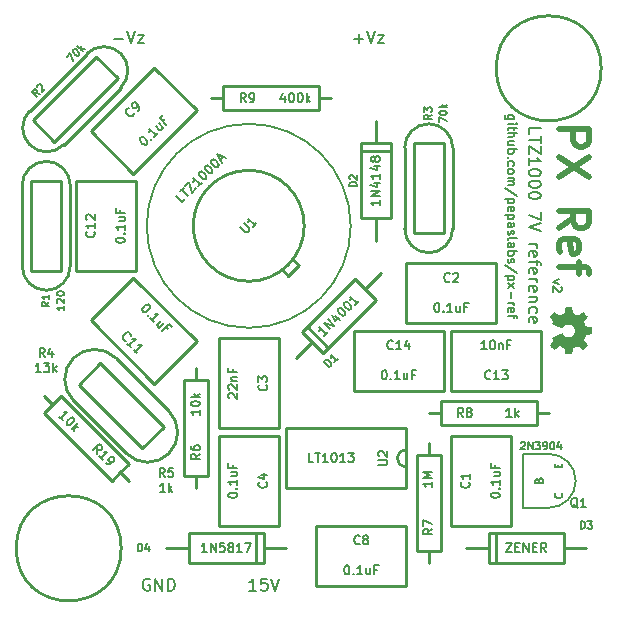
<source format=gto>
G04 (created by PCBNEW (22-Jun-2014 BZR 4027)-stable) date Fri 15 Dec 2017 03:30:48 AM CST*
%MOIN*%
G04 Gerber Fmt 3.4, Leading zero omitted, Abs format*
%FSLAX34Y34*%
G01*
G70*
G90*
G04 APERTURE LIST*
%ADD10C,0.00590551*%
%ADD11C,0.00787402*%
%ADD12C,0.006*%
%ADD13C,0.008*%
%ADD14C,0.02*%
%ADD15C,0.01*%
%ADD16C,0.0001*%
%ADD17C,0.005*%
G04 APERTURE END LIST*
G54D10*
G54D11*
X89150Y-32500D02*
G75*
G03X89150Y-32500I-3400J0D01*
G74*
G01*
G54D12*
X82964Y-41371D02*
X82792Y-41371D01*
X82878Y-41371D02*
X82878Y-41071D01*
X82850Y-41114D01*
X82821Y-41142D01*
X82792Y-41157D01*
X83092Y-41371D02*
X83092Y-41071D01*
X83121Y-41257D02*
X83207Y-41371D01*
X83207Y-41171D02*
X83092Y-41285D01*
X82950Y-40871D02*
X82850Y-40728D01*
X82778Y-40871D02*
X82778Y-40571D01*
X82892Y-40571D01*
X82921Y-40585D01*
X82935Y-40600D01*
X82950Y-40628D01*
X82950Y-40671D01*
X82935Y-40700D01*
X82921Y-40714D01*
X82892Y-40728D01*
X82778Y-40728D01*
X83221Y-40571D02*
X83078Y-40571D01*
X83064Y-40714D01*
X83078Y-40700D01*
X83107Y-40685D01*
X83178Y-40685D01*
X83207Y-40700D01*
X83221Y-40714D01*
X83235Y-40742D01*
X83235Y-40814D01*
X83221Y-40842D01*
X83207Y-40857D01*
X83178Y-40871D01*
X83107Y-40871D01*
X83078Y-40857D01*
X83064Y-40842D01*
X94578Y-28950D02*
X94335Y-28950D01*
X94307Y-28935D01*
X94292Y-28921D01*
X94278Y-28892D01*
X94278Y-28850D01*
X94292Y-28821D01*
X94392Y-28950D02*
X94378Y-28921D01*
X94378Y-28864D01*
X94392Y-28835D01*
X94407Y-28821D01*
X94435Y-28807D01*
X94521Y-28807D01*
X94550Y-28821D01*
X94564Y-28835D01*
X94578Y-28864D01*
X94578Y-28921D01*
X94564Y-28950D01*
X94378Y-29092D02*
X94578Y-29092D01*
X94678Y-29092D02*
X94664Y-29078D01*
X94650Y-29092D01*
X94664Y-29107D01*
X94678Y-29092D01*
X94650Y-29092D01*
X94578Y-29192D02*
X94578Y-29307D01*
X94678Y-29235D02*
X94421Y-29235D01*
X94392Y-29250D01*
X94378Y-29278D01*
X94378Y-29307D01*
X94378Y-29407D02*
X94678Y-29407D01*
X94378Y-29535D02*
X94535Y-29535D01*
X94564Y-29521D01*
X94578Y-29492D01*
X94578Y-29450D01*
X94564Y-29421D01*
X94550Y-29407D01*
X94578Y-29807D02*
X94378Y-29807D01*
X94578Y-29678D02*
X94421Y-29678D01*
X94392Y-29692D01*
X94378Y-29721D01*
X94378Y-29764D01*
X94392Y-29792D01*
X94407Y-29807D01*
X94378Y-29950D02*
X94678Y-29950D01*
X94564Y-29950D02*
X94578Y-29978D01*
X94578Y-30035D01*
X94564Y-30064D01*
X94550Y-30078D01*
X94521Y-30092D01*
X94435Y-30092D01*
X94407Y-30078D01*
X94392Y-30064D01*
X94378Y-30035D01*
X94378Y-29978D01*
X94392Y-29950D01*
X94407Y-30221D02*
X94392Y-30235D01*
X94378Y-30221D01*
X94392Y-30207D01*
X94407Y-30221D01*
X94378Y-30221D01*
X94392Y-30492D02*
X94378Y-30464D01*
X94378Y-30407D01*
X94392Y-30378D01*
X94407Y-30364D01*
X94435Y-30350D01*
X94521Y-30350D01*
X94550Y-30364D01*
X94564Y-30378D01*
X94578Y-30407D01*
X94578Y-30464D01*
X94564Y-30492D01*
X94378Y-30664D02*
X94392Y-30635D01*
X94407Y-30621D01*
X94435Y-30607D01*
X94521Y-30607D01*
X94550Y-30621D01*
X94564Y-30635D01*
X94578Y-30664D01*
X94578Y-30707D01*
X94564Y-30735D01*
X94550Y-30750D01*
X94521Y-30764D01*
X94435Y-30764D01*
X94407Y-30750D01*
X94392Y-30735D01*
X94378Y-30707D01*
X94378Y-30664D01*
X94378Y-30892D02*
X94578Y-30892D01*
X94550Y-30892D02*
X94564Y-30907D01*
X94578Y-30935D01*
X94578Y-30978D01*
X94564Y-31007D01*
X94535Y-31021D01*
X94378Y-31021D01*
X94535Y-31021D02*
X94564Y-31035D01*
X94578Y-31064D01*
X94578Y-31107D01*
X94564Y-31135D01*
X94535Y-31150D01*
X94378Y-31150D01*
X94692Y-31507D02*
X94307Y-31250D01*
X94578Y-31607D02*
X94278Y-31607D01*
X94564Y-31607D02*
X94578Y-31635D01*
X94578Y-31692D01*
X94564Y-31721D01*
X94550Y-31735D01*
X94521Y-31750D01*
X94435Y-31750D01*
X94407Y-31735D01*
X94392Y-31721D01*
X94378Y-31692D01*
X94378Y-31635D01*
X94392Y-31607D01*
X94392Y-31992D02*
X94378Y-31964D01*
X94378Y-31907D01*
X94392Y-31878D01*
X94421Y-31864D01*
X94535Y-31864D01*
X94564Y-31878D01*
X94578Y-31907D01*
X94578Y-31964D01*
X94564Y-31992D01*
X94535Y-32007D01*
X94507Y-32007D01*
X94478Y-31864D01*
X94578Y-32135D02*
X94278Y-32135D01*
X94564Y-32135D02*
X94578Y-32164D01*
X94578Y-32221D01*
X94564Y-32250D01*
X94550Y-32264D01*
X94521Y-32278D01*
X94435Y-32278D01*
X94407Y-32264D01*
X94392Y-32250D01*
X94378Y-32221D01*
X94378Y-32164D01*
X94392Y-32135D01*
X94378Y-32535D02*
X94535Y-32535D01*
X94564Y-32521D01*
X94578Y-32492D01*
X94578Y-32435D01*
X94564Y-32407D01*
X94392Y-32535D02*
X94378Y-32507D01*
X94378Y-32435D01*
X94392Y-32407D01*
X94421Y-32392D01*
X94450Y-32392D01*
X94478Y-32407D01*
X94492Y-32435D01*
X94492Y-32507D01*
X94507Y-32535D01*
X94392Y-32664D02*
X94378Y-32692D01*
X94378Y-32750D01*
X94392Y-32778D01*
X94421Y-32792D01*
X94435Y-32792D01*
X94464Y-32778D01*
X94478Y-32750D01*
X94478Y-32707D01*
X94492Y-32678D01*
X94521Y-32664D01*
X94535Y-32664D01*
X94564Y-32678D01*
X94578Y-32707D01*
X94578Y-32750D01*
X94564Y-32778D01*
X94378Y-32964D02*
X94392Y-32935D01*
X94421Y-32921D01*
X94678Y-32921D01*
X94378Y-33207D02*
X94535Y-33207D01*
X94564Y-33192D01*
X94578Y-33164D01*
X94578Y-33107D01*
X94564Y-33078D01*
X94392Y-33207D02*
X94378Y-33178D01*
X94378Y-33107D01*
X94392Y-33078D01*
X94421Y-33064D01*
X94450Y-33064D01*
X94478Y-33078D01*
X94492Y-33107D01*
X94492Y-33178D01*
X94507Y-33207D01*
X94378Y-33350D02*
X94678Y-33350D01*
X94564Y-33350D02*
X94578Y-33378D01*
X94578Y-33435D01*
X94564Y-33464D01*
X94550Y-33478D01*
X94521Y-33492D01*
X94435Y-33492D01*
X94407Y-33478D01*
X94392Y-33464D01*
X94378Y-33435D01*
X94378Y-33378D01*
X94392Y-33350D01*
X94392Y-33607D02*
X94378Y-33635D01*
X94378Y-33692D01*
X94392Y-33721D01*
X94421Y-33735D01*
X94435Y-33735D01*
X94464Y-33721D01*
X94478Y-33692D01*
X94478Y-33650D01*
X94492Y-33621D01*
X94521Y-33607D01*
X94535Y-33607D01*
X94564Y-33621D01*
X94578Y-33650D01*
X94578Y-33692D01*
X94564Y-33721D01*
X94692Y-34078D02*
X94307Y-33821D01*
X94578Y-34178D02*
X94278Y-34178D01*
X94564Y-34178D02*
X94578Y-34207D01*
X94578Y-34264D01*
X94564Y-34292D01*
X94550Y-34307D01*
X94521Y-34321D01*
X94435Y-34321D01*
X94407Y-34307D01*
X94392Y-34292D01*
X94378Y-34264D01*
X94378Y-34207D01*
X94392Y-34178D01*
X94378Y-34421D02*
X94578Y-34578D01*
X94578Y-34421D02*
X94378Y-34578D01*
X94492Y-34692D02*
X94492Y-34921D01*
X94378Y-35064D02*
X94578Y-35064D01*
X94521Y-35064D02*
X94550Y-35078D01*
X94564Y-35092D01*
X94578Y-35121D01*
X94578Y-35150D01*
X94392Y-35364D02*
X94378Y-35335D01*
X94378Y-35278D01*
X94392Y-35250D01*
X94421Y-35235D01*
X94535Y-35235D01*
X94564Y-35250D01*
X94578Y-35278D01*
X94578Y-35335D01*
X94564Y-35364D01*
X94535Y-35378D01*
X94507Y-35378D01*
X94478Y-35235D01*
X94578Y-35464D02*
X94578Y-35578D01*
X94378Y-35507D02*
X94635Y-35507D01*
X94664Y-35521D01*
X94678Y-35550D01*
X94678Y-35578D01*
X96078Y-34285D02*
X95878Y-34357D01*
X96078Y-34428D01*
X96150Y-34528D02*
X96164Y-34542D01*
X96178Y-34571D01*
X96178Y-34642D01*
X96164Y-34671D01*
X96150Y-34685D01*
X96121Y-34700D01*
X96092Y-34700D01*
X96050Y-34685D01*
X95878Y-34514D01*
X95878Y-34700D01*
G54D13*
X95088Y-29435D02*
X95088Y-29245D01*
X95488Y-29245D01*
X95488Y-29511D02*
X95488Y-29740D01*
X95088Y-29626D02*
X95488Y-29626D01*
X95488Y-29835D02*
X95488Y-30102D01*
X95088Y-29835D01*
X95088Y-30102D01*
X95088Y-30464D02*
X95088Y-30235D01*
X95088Y-30350D02*
X95488Y-30350D01*
X95430Y-30311D01*
X95392Y-30273D01*
X95373Y-30235D01*
X95488Y-30711D02*
X95488Y-30749D01*
X95469Y-30788D01*
X95450Y-30807D01*
X95411Y-30826D01*
X95335Y-30845D01*
X95240Y-30845D01*
X95164Y-30826D01*
X95126Y-30807D01*
X95107Y-30788D01*
X95088Y-30749D01*
X95088Y-30711D01*
X95107Y-30673D01*
X95126Y-30654D01*
X95164Y-30635D01*
X95240Y-30616D01*
X95335Y-30616D01*
X95411Y-30635D01*
X95450Y-30654D01*
X95469Y-30673D01*
X95488Y-30711D01*
X95488Y-31092D02*
X95488Y-31130D01*
X95469Y-31169D01*
X95450Y-31188D01*
X95411Y-31207D01*
X95335Y-31226D01*
X95240Y-31226D01*
X95164Y-31207D01*
X95126Y-31188D01*
X95107Y-31169D01*
X95088Y-31130D01*
X95088Y-31092D01*
X95107Y-31054D01*
X95126Y-31035D01*
X95164Y-31016D01*
X95240Y-30997D01*
X95335Y-30997D01*
X95411Y-31016D01*
X95450Y-31035D01*
X95469Y-31054D01*
X95488Y-31092D01*
X95488Y-31473D02*
X95488Y-31511D01*
X95469Y-31549D01*
X95450Y-31569D01*
X95411Y-31588D01*
X95335Y-31607D01*
X95240Y-31607D01*
X95164Y-31588D01*
X95126Y-31569D01*
X95107Y-31549D01*
X95088Y-31511D01*
X95088Y-31473D01*
X95107Y-31435D01*
X95126Y-31416D01*
X95164Y-31397D01*
X95240Y-31378D01*
X95335Y-31378D01*
X95411Y-31397D01*
X95450Y-31416D01*
X95469Y-31435D01*
X95488Y-31473D01*
X95488Y-32045D02*
X95488Y-32311D01*
X95088Y-32140D01*
X95488Y-32407D02*
X95088Y-32540D01*
X95488Y-32673D01*
X95088Y-33111D02*
X95354Y-33111D01*
X95278Y-33111D02*
X95316Y-33130D01*
X95335Y-33149D01*
X95354Y-33188D01*
X95354Y-33226D01*
X95107Y-33511D02*
X95088Y-33473D01*
X95088Y-33397D01*
X95107Y-33359D01*
X95145Y-33340D01*
X95297Y-33340D01*
X95335Y-33359D01*
X95354Y-33397D01*
X95354Y-33473D01*
X95335Y-33511D01*
X95297Y-33530D01*
X95259Y-33530D01*
X95221Y-33340D01*
X95354Y-33645D02*
X95354Y-33797D01*
X95088Y-33702D02*
X95430Y-33702D01*
X95469Y-33721D01*
X95488Y-33759D01*
X95488Y-33797D01*
X95107Y-34083D02*
X95088Y-34045D01*
X95088Y-33969D01*
X95107Y-33930D01*
X95145Y-33911D01*
X95297Y-33911D01*
X95335Y-33930D01*
X95354Y-33969D01*
X95354Y-34045D01*
X95335Y-34083D01*
X95297Y-34102D01*
X95259Y-34102D01*
X95221Y-33911D01*
X95088Y-34273D02*
X95354Y-34273D01*
X95278Y-34273D02*
X95316Y-34292D01*
X95335Y-34311D01*
X95354Y-34349D01*
X95354Y-34388D01*
X95107Y-34673D02*
X95088Y-34635D01*
X95088Y-34559D01*
X95107Y-34521D01*
X95145Y-34502D01*
X95297Y-34502D01*
X95335Y-34521D01*
X95354Y-34559D01*
X95354Y-34635D01*
X95335Y-34673D01*
X95297Y-34692D01*
X95259Y-34692D01*
X95221Y-34502D01*
X95354Y-34864D02*
X95088Y-34864D01*
X95316Y-34864D02*
X95335Y-34883D01*
X95354Y-34921D01*
X95354Y-34978D01*
X95335Y-35016D01*
X95297Y-35035D01*
X95088Y-35035D01*
X95107Y-35397D02*
X95088Y-35359D01*
X95088Y-35283D01*
X95107Y-35245D01*
X95126Y-35226D01*
X95164Y-35207D01*
X95278Y-35207D01*
X95316Y-35226D01*
X95335Y-35245D01*
X95354Y-35283D01*
X95354Y-35359D01*
X95335Y-35397D01*
X95107Y-35721D02*
X95088Y-35683D01*
X95088Y-35607D01*
X95107Y-35569D01*
X95145Y-35549D01*
X95297Y-35549D01*
X95335Y-35569D01*
X95354Y-35607D01*
X95354Y-35683D01*
X95335Y-35721D01*
X95297Y-35740D01*
X95259Y-35740D01*
X95221Y-35549D01*
G54D14*
X96095Y-29288D02*
X97095Y-29288D01*
X97095Y-29669D01*
X97047Y-29764D01*
X97000Y-29811D01*
X96904Y-29859D01*
X96761Y-29859D01*
X96666Y-29811D01*
X96619Y-29764D01*
X96571Y-29669D01*
X96571Y-29288D01*
X97095Y-30192D02*
X96095Y-30859D01*
X97095Y-30859D02*
X96095Y-30192D01*
X96095Y-32573D02*
X96571Y-32240D01*
X96095Y-32002D02*
X97095Y-32002D01*
X97095Y-32383D01*
X97047Y-32478D01*
X97000Y-32526D01*
X96904Y-32573D01*
X96761Y-32573D01*
X96666Y-32526D01*
X96619Y-32478D01*
X96571Y-32383D01*
X96571Y-32002D01*
X96142Y-33383D02*
X96095Y-33288D01*
X96095Y-33097D01*
X96142Y-33002D01*
X96238Y-32954D01*
X96619Y-32954D01*
X96714Y-33002D01*
X96761Y-33097D01*
X96761Y-33288D01*
X96714Y-33383D01*
X96619Y-33430D01*
X96523Y-33430D01*
X96428Y-32954D01*
X96761Y-33716D02*
X96761Y-34097D01*
X96095Y-33859D02*
X96952Y-33859D01*
X97047Y-33907D01*
X97095Y-34002D01*
X97095Y-34097D01*
G54D13*
X82445Y-44280D02*
X82407Y-44261D01*
X82350Y-44261D01*
X82292Y-44280D01*
X82254Y-44319D01*
X82235Y-44357D01*
X82216Y-44433D01*
X82216Y-44490D01*
X82235Y-44566D01*
X82254Y-44604D01*
X82292Y-44642D01*
X82350Y-44661D01*
X82388Y-44661D01*
X82445Y-44642D01*
X82464Y-44623D01*
X82464Y-44490D01*
X82388Y-44490D01*
X82635Y-44661D02*
X82635Y-44261D01*
X82864Y-44661D01*
X82864Y-44261D01*
X83054Y-44661D02*
X83054Y-44261D01*
X83150Y-44261D01*
X83207Y-44280D01*
X83245Y-44319D01*
X83264Y-44357D01*
X83283Y-44433D01*
X83283Y-44490D01*
X83264Y-44566D01*
X83245Y-44604D01*
X83207Y-44642D01*
X83150Y-44661D01*
X83054Y-44661D01*
X86002Y-44661D02*
X85773Y-44661D01*
X85888Y-44661D02*
X85888Y-44261D01*
X85850Y-44319D01*
X85811Y-44357D01*
X85773Y-44376D01*
X86364Y-44261D02*
X86173Y-44261D01*
X86154Y-44452D01*
X86173Y-44433D01*
X86211Y-44414D01*
X86307Y-44414D01*
X86345Y-44433D01*
X86364Y-44452D01*
X86383Y-44490D01*
X86383Y-44585D01*
X86364Y-44623D01*
X86345Y-44642D01*
X86307Y-44661D01*
X86211Y-44661D01*
X86173Y-44642D01*
X86154Y-44623D01*
X86497Y-44261D02*
X86630Y-44661D01*
X86764Y-44261D01*
X81264Y-26259D02*
X81569Y-26259D01*
X81702Y-26011D02*
X81835Y-26411D01*
X81969Y-26011D01*
X82064Y-26145D02*
X82273Y-26145D01*
X82064Y-26411D01*
X82273Y-26411D01*
X89264Y-26259D02*
X89569Y-26259D01*
X89416Y-26411D02*
X89416Y-26107D01*
X89702Y-26011D02*
X89835Y-26411D01*
X89969Y-26011D01*
X90064Y-26145D02*
X90273Y-26145D01*
X90064Y-26411D01*
X90273Y-26411D01*
G54D12*
X78821Y-37371D02*
X78650Y-37371D01*
X78735Y-37371D02*
X78735Y-37071D01*
X78707Y-37114D01*
X78678Y-37142D01*
X78650Y-37157D01*
X78921Y-37071D02*
X79107Y-37071D01*
X79007Y-37185D01*
X79050Y-37185D01*
X79078Y-37200D01*
X79092Y-37214D01*
X79107Y-37242D01*
X79107Y-37314D01*
X79092Y-37342D01*
X79078Y-37357D01*
X79050Y-37371D01*
X78964Y-37371D01*
X78935Y-37357D01*
X78921Y-37342D01*
X79235Y-37371D02*
X79235Y-37071D01*
X79264Y-37257D02*
X79350Y-37371D01*
X79350Y-37171D02*
X79235Y-37285D01*
X78950Y-36871D02*
X78850Y-36728D01*
X78778Y-36871D02*
X78778Y-36571D01*
X78892Y-36571D01*
X78921Y-36585D01*
X78935Y-36600D01*
X78950Y-36628D01*
X78950Y-36671D01*
X78935Y-36700D01*
X78921Y-36714D01*
X78892Y-36728D01*
X78778Y-36728D01*
X79207Y-36671D02*
X79207Y-36871D01*
X79135Y-36557D02*
X79064Y-36771D01*
X79250Y-36771D01*
G54D10*
X95750Y-40100D02*
X94900Y-40100D01*
X94900Y-40100D02*
X94900Y-41900D01*
X94900Y-41900D02*
X95750Y-41900D01*
X95750Y-41900D02*
G75*
G03X96650Y-41000I0J900D01*
G74*
G01*
X96650Y-41000D02*
G75*
G03X95750Y-40100I-900J0D01*
G74*
G01*
G54D15*
X91750Y-38750D02*
X92150Y-38750D01*
X92150Y-38750D02*
X92150Y-38350D01*
X92150Y-38350D02*
X95350Y-38350D01*
X95350Y-38350D02*
X95350Y-39150D01*
X95350Y-39150D02*
X92150Y-39150D01*
X92150Y-39150D02*
X92150Y-38750D01*
X95750Y-38750D02*
X95350Y-38750D01*
X91750Y-43750D02*
X91750Y-43350D01*
X91750Y-43350D02*
X91350Y-43350D01*
X91350Y-43350D02*
X91350Y-40150D01*
X91350Y-40150D02*
X92150Y-40150D01*
X92150Y-40150D02*
X92150Y-43350D01*
X92150Y-43350D02*
X91750Y-43350D01*
X91750Y-39750D02*
X91750Y-40150D01*
X84000Y-41250D02*
X84000Y-40850D01*
X84000Y-40850D02*
X83600Y-40850D01*
X83600Y-40850D02*
X83600Y-37650D01*
X83600Y-37650D02*
X84400Y-37650D01*
X84400Y-37650D02*
X84400Y-40850D01*
X84400Y-40850D02*
X84000Y-40850D01*
X84000Y-37250D02*
X84000Y-37650D01*
X84500Y-28250D02*
X84900Y-28250D01*
X84900Y-28250D02*
X84900Y-27850D01*
X84900Y-27850D02*
X88100Y-27850D01*
X88100Y-27850D02*
X88100Y-28650D01*
X88100Y-28650D02*
X84900Y-28650D01*
X84900Y-28650D02*
X84900Y-28250D01*
X88500Y-28250D02*
X88100Y-28250D01*
X81750Y-41000D02*
X81467Y-40717D01*
X81467Y-40717D02*
X81184Y-41000D01*
X81184Y-41000D02*
X78921Y-38737D01*
X78921Y-38737D02*
X79487Y-38171D01*
X79487Y-38171D02*
X81750Y-40434D01*
X81750Y-40434D02*
X81467Y-40717D01*
X78921Y-38171D02*
X79204Y-38454D01*
X97000Y-43250D02*
X96250Y-43250D01*
X93750Y-43250D02*
X93000Y-43250D01*
X94000Y-43750D02*
X94000Y-42750D01*
X96250Y-42750D02*
X93750Y-42750D01*
X96250Y-43750D02*
X96250Y-42750D01*
X93750Y-43750D02*
X93750Y-42750D01*
X96250Y-43750D02*
X93750Y-43750D01*
X90164Y-34085D02*
X89633Y-34616D01*
X87866Y-36383D02*
X87335Y-36914D01*
X88396Y-36560D02*
X87689Y-35853D01*
X89280Y-34262D02*
X87512Y-36030D01*
X89987Y-34969D02*
X89280Y-34262D01*
X88219Y-36737D02*
X87512Y-36030D01*
X89987Y-34969D02*
X88219Y-36737D01*
X90000Y-33000D02*
X90000Y-32250D01*
X90000Y-29750D02*
X90000Y-29000D01*
X89500Y-30000D02*
X90500Y-30000D01*
X90500Y-32250D02*
X90500Y-29750D01*
X89500Y-32250D02*
X90500Y-32250D01*
X89500Y-29750D02*
X90500Y-29750D01*
X89500Y-32250D02*
X89500Y-29750D01*
X83000Y-43250D02*
X83750Y-43250D01*
X86250Y-43250D02*
X87000Y-43250D01*
X86000Y-42750D02*
X86000Y-43750D01*
X83750Y-43750D02*
X86250Y-43750D01*
X83750Y-42750D02*
X83750Y-43750D01*
X86250Y-42750D02*
X86250Y-43750D01*
X83750Y-42750D02*
X86250Y-42750D01*
X89250Y-38000D02*
X89250Y-36000D01*
X89250Y-36000D02*
X92250Y-36000D01*
X92250Y-36000D02*
X92250Y-38000D01*
X92250Y-38000D02*
X89250Y-38000D01*
X92500Y-39500D02*
X94500Y-39500D01*
X94500Y-39500D02*
X94500Y-42500D01*
X94500Y-42500D02*
X92500Y-42500D01*
X92500Y-42500D02*
X92500Y-39500D01*
X84750Y-39500D02*
X86750Y-39500D01*
X86750Y-39500D02*
X86750Y-42500D01*
X86750Y-42500D02*
X84750Y-42500D01*
X84750Y-42500D02*
X84750Y-39500D01*
X81896Y-30767D02*
X80482Y-29353D01*
X80482Y-29353D02*
X82603Y-27232D01*
X82603Y-27232D02*
X84017Y-28646D01*
X84017Y-28646D02*
X81896Y-30767D01*
X92500Y-38000D02*
X92500Y-36000D01*
X92500Y-36000D02*
X95500Y-36000D01*
X95500Y-36000D02*
X95500Y-38000D01*
X95500Y-38000D02*
X92500Y-38000D01*
X91000Y-42500D02*
X91000Y-44500D01*
X91000Y-44500D02*
X88000Y-44500D01*
X88000Y-44500D02*
X88000Y-42500D01*
X88000Y-42500D02*
X91000Y-42500D01*
X84017Y-36353D02*
X82603Y-37767D01*
X82603Y-37767D02*
X80482Y-35646D01*
X80482Y-35646D02*
X81896Y-34232D01*
X81896Y-34232D02*
X84017Y-36353D01*
X84750Y-36250D02*
X86750Y-36250D01*
X86750Y-36250D02*
X86750Y-39250D01*
X86750Y-39250D02*
X84750Y-39250D01*
X84750Y-39250D02*
X84750Y-36250D01*
X82000Y-34000D02*
X80000Y-34000D01*
X80000Y-34000D02*
X80000Y-31000D01*
X80000Y-31000D02*
X82000Y-31000D01*
X82000Y-31000D02*
X82000Y-34000D01*
X91000Y-35750D02*
X91000Y-33750D01*
X91000Y-33750D02*
X94000Y-33750D01*
X94000Y-33750D02*
X94000Y-35750D01*
X94000Y-35750D02*
X91000Y-35750D01*
X87600Y-32500D02*
G75*
G03X87600Y-32500I-1850J0D01*
G74*
G01*
X87058Y-34161D02*
X86881Y-33984D01*
X87411Y-33808D02*
X87234Y-33631D01*
X87411Y-33808D02*
X87058Y-34161D01*
X90700Y-40250D02*
G75*
G03X91000Y-40550I300J0D01*
G74*
G01*
X91000Y-39950D02*
G75*
G03X90700Y-40250I0J-300D01*
G74*
G01*
X91000Y-41250D02*
X87000Y-41250D01*
X87000Y-41250D02*
X87000Y-39250D01*
X87000Y-39250D02*
X91000Y-39250D01*
X91000Y-39250D02*
X91000Y-41250D01*
X97500Y-27250D02*
G75*
G03X97500Y-27250I-1750J0D01*
G74*
G01*
X81500Y-43250D02*
G75*
G03X81500Y-43250I-1750J0D01*
G74*
G01*
X80792Y-37085D02*
X82914Y-39207D01*
X82914Y-39207D02*
X82207Y-39914D01*
X82207Y-39914D02*
X80085Y-37792D01*
X80085Y-37792D02*
X80792Y-37085D01*
X79909Y-38323D02*
X81676Y-40090D01*
X81323Y-36909D02*
X83090Y-38676D01*
X81676Y-40090D02*
G75*
G03X83090Y-40090I707J707D01*
G74*
G01*
X83090Y-40090D02*
G75*
G03X83090Y-38676I-707J707D01*
G74*
G01*
X81323Y-36909D02*
G75*
G03X79909Y-36909I-707J-707D01*
G74*
G01*
X79909Y-36909D02*
G75*
G03X79909Y-38323I707J-707D01*
G74*
G01*
X78449Y-28669D02*
X80358Y-26760D01*
X81489Y-27891D02*
X79580Y-29800D01*
X81489Y-27891D02*
G75*
G03X81489Y-26760I-565J565D01*
G74*
G01*
X81489Y-26760D02*
G75*
G03X80358Y-26760I-565J-565D01*
G74*
G01*
X78449Y-29800D02*
G75*
G03X79580Y-29800I565J565D01*
G74*
G01*
X78449Y-28669D02*
G75*
G03X78449Y-29800I565J-565D01*
G74*
G01*
X81383Y-27573D02*
X79262Y-29694D01*
X79262Y-29694D02*
X78555Y-28987D01*
X78555Y-28987D02*
X80676Y-26866D01*
X80676Y-26866D02*
X81383Y-27573D01*
X90950Y-32600D02*
X90950Y-29900D01*
X92550Y-29900D02*
X92550Y-32600D01*
X92550Y-29900D02*
G75*
G03X91750Y-29100I-800J0D01*
G74*
G01*
X91750Y-29100D02*
G75*
G03X90950Y-29900I0J-800D01*
G74*
G01*
X91750Y-33400D02*
G75*
G03X92550Y-32600I0J800D01*
G74*
G01*
X90950Y-32600D02*
G75*
G03X91750Y-33400I800J0D01*
G74*
G01*
X92250Y-29750D02*
X92250Y-32750D01*
X92250Y-32750D02*
X91250Y-32750D01*
X91250Y-32750D02*
X91250Y-29750D01*
X91250Y-29750D02*
X92250Y-29750D01*
X78200Y-33850D02*
X78200Y-31150D01*
X79800Y-31150D02*
X79800Y-33850D01*
X79800Y-31150D02*
G75*
G03X79000Y-30350I-800J0D01*
G74*
G01*
X79000Y-30350D02*
G75*
G03X78200Y-31150I0J-800D01*
G74*
G01*
X79000Y-34650D02*
G75*
G03X79800Y-33850I0J800D01*
G74*
G01*
X78200Y-33850D02*
G75*
G03X79000Y-34650I800J0D01*
G74*
G01*
X79500Y-31000D02*
X79500Y-34000D01*
X79500Y-34000D02*
X78500Y-34000D01*
X78500Y-34000D02*
X78500Y-31000D01*
X78500Y-31000D02*
X79500Y-31000D01*
G54D16*
G36*
X95793Y-35523D02*
X95797Y-35531D01*
X95809Y-35550D01*
X95826Y-35576D01*
X95847Y-35607D01*
X95868Y-35638D01*
X95885Y-35664D01*
X95897Y-35682D01*
X95901Y-35689D01*
X95900Y-35693D01*
X95892Y-35708D01*
X95881Y-35730D01*
X95875Y-35742D01*
X95866Y-35762D01*
X95864Y-35772D01*
X95867Y-35773D01*
X95882Y-35781D01*
X95908Y-35792D01*
X95942Y-35807D01*
X95982Y-35824D01*
X96025Y-35842D01*
X96069Y-35860D01*
X96111Y-35878D01*
X96149Y-35893D01*
X96179Y-35906D01*
X96201Y-35914D01*
X96210Y-35917D01*
X96212Y-35916D01*
X96221Y-35906D01*
X96234Y-35889D01*
X96265Y-35851D01*
X96311Y-35815D01*
X96363Y-35792D01*
X96421Y-35785D01*
X96474Y-35791D01*
X96525Y-35812D01*
X96572Y-35848D01*
X96606Y-35892D01*
X96628Y-35943D01*
X96635Y-36000D01*
X96629Y-36055D01*
X96608Y-36107D01*
X96573Y-36154D01*
X96550Y-36173D01*
X96503Y-36200D01*
X96453Y-36216D01*
X96441Y-36217D01*
X96385Y-36215D01*
X96332Y-36199D01*
X96285Y-36170D01*
X96246Y-36129D01*
X96242Y-36124D01*
X96228Y-36105D01*
X96219Y-36093D01*
X96211Y-36083D01*
X96041Y-36153D01*
X96014Y-36164D01*
X95968Y-36184D01*
X95928Y-36201D01*
X95896Y-36214D01*
X95875Y-36224D01*
X95866Y-36228D01*
X95866Y-36228D01*
X95865Y-36234D01*
X95870Y-36247D01*
X95881Y-36271D01*
X95889Y-36287D01*
X95898Y-36305D01*
X95901Y-36313D01*
X95897Y-36320D01*
X95886Y-36337D01*
X95869Y-36362D01*
X95849Y-36392D01*
X95829Y-36421D01*
X95811Y-36448D01*
X95799Y-36467D01*
X95794Y-36477D01*
X95794Y-36478D01*
X95799Y-36486D01*
X95811Y-36502D01*
X95833Y-36525D01*
X95865Y-36557D01*
X95870Y-36562D01*
X95898Y-36589D01*
X95921Y-36611D01*
X95937Y-36626D01*
X95944Y-36631D01*
X95944Y-36631D01*
X95954Y-36626D01*
X95973Y-36614D01*
X96000Y-36596D01*
X96031Y-36575D01*
X96113Y-36519D01*
X96190Y-36550D01*
X96213Y-36559D01*
X96242Y-36571D01*
X96262Y-36580D01*
X96271Y-36585D01*
X96274Y-36593D01*
X96279Y-36614D01*
X96286Y-36645D01*
X96292Y-36681D01*
X96299Y-36716D01*
X96305Y-36747D01*
X96309Y-36770D01*
X96311Y-36780D01*
X96313Y-36782D01*
X96318Y-36784D01*
X96328Y-36786D01*
X96347Y-36786D01*
X96377Y-36787D01*
X96421Y-36787D01*
X96425Y-36787D01*
X96467Y-36786D01*
X96500Y-36786D01*
X96521Y-36785D01*
X96529Y-36783D01*
X96529Y-36783D01*
X96532Y-36773D01*
X96536Y-36751D01*
X96543Y-36720D01*
X96550Y-36682D01*
X96550Y-36680D01*
X96557Y-36643D01*
X96564Y-36612D01*
X96569Y-36590D01*
X96572Y-36581D01*
X96574Y-36579D01*
X96589Y-36571D01*
X96612Y-36560D01*
X96640Y-36548D01*
X96669Y-36536D01*
X96696Y-36525D01*
X96715Y-36518D01*
X96724Y-36516D01*
X96724Y-36516D01*
X96733Y-36522D01*
X96753Y-36535D01*
X96779Y-36553D01*
X96811Y-36575D01*
X96814Y-36576D01*
X96845Y-36598D01*
X96872Y-36615D01*
X96891Y-36627D01*
X96899Y-36631D01*
X96900Y-36631D01*
X96909Y-36624D01*
X96927Y-36608D01*
X96951Y-36585D01*
X96979Y-36557D01*
X96987Y-36548D01*
X97017Y-36518D01*
X97037Y-36497D01*
X97047Y-36483D01*
X97050Y-36477D01*
X97049Y-36477D01*
X97044Y-36467D01*
X97031Y-36447D01*
X97012Y-36420D01*
X96991Y-36388D01*
X96989Y-36386D01*
X96968Y-36355D01*
X96950Y-36329D01*
X96938Y-36310D01*
X96933Y-36302D01*
X96933Y-36300D01*
X96937Y-36288D01*
X96944Y-36265D01*
X96955Y-36238D01*
X96967Y-36209D01*
X96978Y-36182D01*
X96987Y-36162D01*
X96992Y-36153D01*
X96993Y-36153D01*
X97004Y-36149D01*
X97028Y-36144D01*
X97060Y-36137D01*
X97099Y-36130D01*
X97105Y-36129D01*
X97142Y-36122D01*
X97173Y-36116D01*
X97195Y-36111D01*
X97204Y-36109D01*
X97205Y-36104D01*
X97206Y-36085D01*
X97207Y-36057D01*
X97207Y-36023D01*
X97207Y-35988D01*
X97206Y-35954D01*
X97205Y-35924D01*
X97204Y-35903D01*
X97202Y-35894D01*
X97201Y-35893D01*
X97190Y-35890D01*
X97166Y-35885D01*
X97134Y-35878D01*
X97095Y-35871D01*
X97088Y-35870D01*
X97051Y-35863D01*
X97020Y-35856D01*
X96999Y-35852D01*
X96991Y-35849D01*
X96989Y-35846D01*
X96982Y-35831D01*
X96972Y-35806D01*
X96959Y-35774D01*
X96930Y-35702D01*
X96991Y-35614D01*
X96996Y-35606D01*
X97018Y-35574D01*
X97035Y-35548D01*
X97047Y-35530D01*
X97051Y-35522D01*
X97051Y-35522D01*
X97043Y-35513D01*
X97027Y-35495D01*
X97003Y-35471D01*
X96976Y-35444D01*
X96955Y-35423D01*
X96930Y-35399D01*
X96914Y-35383D01*
X96903Y-35375D01*
X96896Y-35372D01*
X96892Y-35373D01*
X96883Y-35378D01*
X96864Y-35391D01*
X96837Y-35409D01*
X96806Y-35431D01*
X96779Y-35449D01*
X96750Y-35468D01*
X96729Y-35480D01*
X96718Y-35485D01*
X96714Y-35484D01*
X96697Y-35477D01*
X96670Y-35467D01*
X96639Y-35454D01*
X96569Y-35423D01*
X96561Y-35377D01*
X96555Y-35349D01*
X96548Y-35310D01*
X96541Y-35273D01*
X96529Y-35215D01*
X96317Y-35213D01*
X96313Y-35222D01*
X96310Y-35231D01*
X96306Y-35252D01*
X96300Y-35283D01*
X96293Y-35319D01*
X96287Y-35350D01*
X96281Y-35381D01*
X96277Y-35403D01*
X96275Y-35413D01*
X96271Y-35416D01*
X96256Y-35424D01*
X96232Y-35435D01*
X96203Y-35447D01*
X96174Y-35459D01*
X96146Y-35470D01*
X96125Y-35478D01*
X96114Y-35481D01*
X96106Y-35477D01*
X96088Y-35465D01*
X96062Y-35448D01*
X96031Y-35427D01*
X96000Y-35405D01*
X95973Y-35388D01*
X95954Y-35375D01*
X95946Y-35370D01*
X95940Y-35373D01*
X95925Y-35385D01*
X95901Y-35408D01*
X95866Y-35443D01*
X95861Y-35449D01*
X95834Y-35476D01*
X95813Y-35500D01*
X95798Y-35516D01*
X95793Y-35523D01*
X95793Y-35523D01*
G37*
G54D12*
X96721Y-41900D02*
X96692Y-41885D01*
X96664Y-41857D01*
X96621Y-41814D01*
X96592Y-41800D01*
X96564Y-41800D01*
X96578Y-41871D02*
X96550Y-41857D01*
X96521Y-41828D01*
X96507Y-41771D01*
X96507Y-41671D01*
X96521Y-41614D01*
X96550Y-41585D01*
X96578Y-41571D01*
X96635Y-41571D01*
X96664Y-41585D01*
X96692Y-41614D01*
X96707Y-41671D01*
X96707Y-41771D01*
X96692Y-41828D01*
X96664Y-41857D01*
X96635Y-41871D01*
X96578Y-41871D01*
X96992Y-41871D02*
X96821Y-41871D01*
X96907Y-41871D02*
X96907Y-41571D01*
X96878Y-41614D01*
X96850Y-41642D01*
X96821Y-41657D01*
G54D17*
X94821Y-39725D02*
X94833Y-39713D01*
X94857Y-39701D01*
X94916Y-39701D01*
X94940Y-39713D01*
X94952Y-39725D01*
X94964Y-39748D01*
X94964Y-39772D01*
X94952Y-39808D01*
X94809Y-39951D01*
X94964Y-39951D01*
X95071Y-39951D02*
X95071Y-39701D01*
X95214Y-39951D01*
X95214Y-39701D01*
X95309Y-39701D02*
X95464Y-39701D01*
X95380Y-39796D01*
X95416Y-39796D01*
X95440Y-39808D01*
X95452Y-39820D01*
X95464Y-39844D01*
X95464Y-39903D01*
X95452Y-39927D01*
X95440Y-39939D01*
X95416Y-39951D01*
X95345Y-39951D01*
X95321Y-39939D01*
X95309Y-39927D01*
X95583Y-39951D02*
X95630Y-39951D01*
X95654Y-39939D01*
X95666Y-39927D01*
X95690Y-39891D01*
X95702Y-39844D01*
X95702Y-39748D01*
X95690Y-39725D01*
X95678Y-39713D01*
X95654Y-39701D01*
X95607Y-39701D01*
X95583Y-39713D01*
X95571Y-39725D01*
X95559Y-39748D01*
X95559Y-39808D01*
X95571Y-39832D01*
X95583Y-39844D01*
X95607Y-39855D01*
X95654Y-39855D01*
X95678Y-39844D01*
X95690Y-39832D01*
X95702Y-39808D01*
X95857Y-39701D02*
X95880Y-39701D01*
X95904Y-39713D01*
X95916Y-39725D01*
X95928Y-39748D01*
X95940Y-39796D01*
X95940Y-39855D01*
X95928Y-39903D01*
X95916Y-39927D01*
X95904Y-39939D01*
X95880Y-39951D01*
X95857Y-39951D01*
X95833Y-39939D01*
X95821Y-39927D01*
X95809Y-39903D01*
X95797Y-39855D01*
X95797Y-39796D01*
X95809Y-39748D01*
X95821Y-39725D01*
X95833Y-39713D01*
X95857Y-39701D01*
X96154Y-39784D02*
X96154Y-39951D01*
X96095Y-39689D02*
X96035Y-39867D01*
X96190Y-39867D01*
X96070Y-40553D02*
X96070Y-40470D01*
X96201Y-40434D02*
X96201Y-40553D01*
X95951Y-40553D01*
X95951Y-40434D01*
X95420Y-40982D02*
X95432Y-40946D01*
X95444Y-40934D01*
X95467Y-40922D01*
X95503Y-40922D01*
X95527Y-40934D01*
X95539Y-40946D01*
X95551Y-40970D01*
X95551Y-41065D01*
X95301Y-41065D01*
X95301Y-40982D01*
X95313Y-40958D01*
X95325Y-40946D01*
X95348Y-40934D01*
X95372Y-40934D01*
X95396Y-40946D01*
X95408Y-40958D01*
X95420Y-40982D01*
X95420Y-41065D01*
X96177Y-41422D02*
X96189Y-41434D01*
X96201Y-41470D01*
X96201Y-41494D01*
X96189Y-41529D01*
X96165Y-41553D01*
X96141Y-41565D01*
X96094Y-41577D01*
X96058Y-41577D01*
X96010Y-41565D01*
X95986Y-41553D01*
X95963Y-41529D01*
X95951Y-41494D01*
X95951Y-41470D01*
X95963Y-41434D01*
X95975Y-41422D01*
G54D12*
X92900Y-38871D02*
X92800Y-38728D01*
X92728Y-38871D02*
X92728Y-38571D01*
X92842Y-38571D01*
X92871Y-38585D01*
X92885Y-38600D01*
X92900Y-38628D01*
X92900Y-38671D01*
X92885Y-38700D01*
X92871Y-38714D01*
X92842Y-38728D01*
X92728Y-38728D01*
X93071Y-38700D02*
X93042Y-38685D01*
X93028Y-38671D01*
X93014Y-38642D01*
X93014Y-38628D01*
X93028Y-38600D01*
X93042Y-38585D01*
X93071Y-38571D01*
X93128Y-38571D01*
X93157Y-38585D01*
X93171Y-38600D01*
X93185Y-38628D01*
X93185Y-38642D01*
X93171Y-38671D01*
X93157Y-38685D01*
X93128Y-38700D01*
X93071Y-38700D01*
X93042Y-38714D01*
X93028Y-38728D01*
X93014Y-38757D01*
X93014Y-38814D01*
X93028Y-38842D01*
X93042Y-38857D01*
X93071Y-38871D01*
X93128Y-38871D01*
X93157Y-38857D01*
X93171Y-38842D01*
X93185Y-38814D01*
X93185Y-38757D01*
X93171Y-38728D01*
X93157Y-38714D01*
X93128Y-38700D01*
X94514Y-38871D02*
X94342Y-38871D01*
X94428Y-38871D02*
X94428Y-38571D01*
X94400Y-38614D01*
X94371Y-38642D01*
X94342Y-38657D01*
X94642Y-38871D02*
X94642Y-38571D01*
X94671Y-38757D02*
X94757Y-38871D01*
X94757Y-38671D02*
X94642Y-38785D01*
X91871Y-42600D02*
X91728Y-42700D01*
X91871Y-42771D02*
X91571Y-42771D01*
X91571Y-42657D01*
X91585Y-42628D01*
X91600Y-42614D01*
X91628Y-42600D01*
X91671Y-42600D01*
X91700Y-42614D01*
X91714Y-42628D01*
X91728Y-42657D01*
X91728Y-42771D01*
X91571Y-42500D02*
X91571Y-42300D01*
X91871Y-42428D01*
X91871Y-41035D02*
X91871Y-41207D01*
X91871Y-41121D02*
X91571Y-41121D01*
X91614Y-41149D01*
X91642Y-41178D01*
X91657Y-41207D01*
X91871Y-40907D02*
X91571Y-40907D01*
X91785Y-40807D01*
X91571Y-40707D01*
X91871Y-40707D01*
X84121Y-40100D02*
X83978Y-40200D01*
X84121Y-40271D02*
X83821Y-40271D01*
X83821Y-40157D01*
X83835Y-40128D01*
X83850Y-40114D01*
X83878Y-40100D01*
X83921Y-40100D01*
X83950Y-40114D01*
X83964Y-40128D01*
X83978Y-40157D01*
X83978Y-40271D01*
X83821Y-39842D02*
X83821Y-39900D01*
X83835Y-39928D01*
X83850Y-39942D01*
X83892Y-39971D01*
X83950Y-39985D01*
X84064Y-39985D01*
X84092Y-39971D01*
X84107Y-39957D01*
X84121Y-39928D01*
X84121Y-39871D01*
X84107Y-39842D01*
X84092Y-39828D01*
X84064Y-39814D01*
X83992Y-39814D01*
X83964Y-39828D01*
X83950Y-39842D01*
X83935Y-39871D01*
X83935Y-39928D01*
X83950Y-39957D01*
X83964Y-39971D01*
X83992Y-39985D01*
X84121Y-38628D02*
X84121Y-38799D01*
X84121Y-38714D02*
X83821Y-38714D01*
X83864Y-38742D01*
X83892Y-38771D01*
X83907Y-38799D01*
X83821Y-38442D02*
X83821Y-38414D01*
X83835Y-38385D01*
X83850Y-38371D01*
X83878Y-38357D01*
X83935Y-38342D01*
X84007Y-38342D01*
X84064Y-38357D01*
X84092Y-38371D01*
X84107Y-38385D01*
X84121Y-38414D01*
X84121Y-38442D01*
X84107Y-38471D01*
X84092Y-38485D01*
X84064Y-38499D01*
X84007Y-38514D01*
X83935Y-38514D01*
X83878Y-38499D01*
X83850Y-38485D01*
X83835Y-38471D01*
X83821Y-38442D01*
X84121Y-38214D02*
X83821Y-38214D01*
X84007Y-38185D02*
X84121Y-38100D01*
X83921Y-38100D02*
X84035Y-38214D01*
X85650Y-28371D02*
X85550Y-28228D01*
X85478Y-28371D02*
X85478Y-28071D01*
X85592Y-28071D01*
X85621Y-28085D01*
X85635Y-28100D01*
X85650Y-28128D01*
X85650Y-28171D01*
X85635Y-28200D01*
X85621Y-28214D01*
X85592Y-28228D01*
X85478Y-28228D01*
X85792Y-28371D02*
X85850Y-28371D01*
X85878Y-28357D01*
X85892Y-28342D01*
X85921Y-28300D01*
X85935Y-28242D01*
X85935Y-28128D01*
X85921Y-28100D01*
X85907Y-28085D01*
X85878Y-28071D01*
X85821Y-28071D01*
X85792Y-28085D01*
X85778Y-28100D01*
X85764Y-28128D01*
X85764Y-28200D01*
X85778Y-28228D01*
X85792Y-28242D01*
X85821Y-28257D01*
X85878Y-28257D01*
X85907Y-28242D01*
X85921Y-28228D01*
X85935Y-28200D01*
X86950Y-28171D02*
X86950Y-28371D01*
X86878Y-28057D02*
X86807Y-28271D01*
X86992Y-28271D01*
X87164Y-28071D02*
X87192Y-28071D01*
X87221Y-28085D01*
X87235Y-28100D01*
X87250Y-28128D01*
X87264Y-28185D01*
X87264Y-28257D01*
X87250Y-28314D01*
X87235Y-28342D01*
X87221Y-28357D01*
X87192Y-28371D01*
X87164Y-28371D01*
X87135Y-28357D01*
X87121Y-28342D01*
X87107Y-28314D01*
X87092Y-28257D01*
X87092Y-28185D01*
X87107Y-28128D01*
X87121Y-28100D01*
X87135Y-28085D01*
X87164Y-28071D01*
X87450Y-28071D02*
X87478Y-28071D01*
X87507Y-28085D01*
X87521Y-28100D01*
X87535Y-28128D01*
X87550Y-28185D01*
X87550Y-28257D01*
X87535Y-28314D01*
X87521Y-28342D01*
X87507Y-28357D01*
X87478Y-28371D01*
X87450Y-28371D01*
X87421Y-28357D01*
X87407Y-28342D01*
X87392Y-28314D01*
X87378Y-28257D01*
X87378Y-28185D01*
X87392Y-28128D01*
X87407Y-28100D01*
X87421Y-28085D01*
X87450Y-28071D01*
X87678Y-28371D02*
X87678Y-28071D01*
X87707Y-28257D02*
X87792Y-28371D01*
X87792Y-28171D02*
X87678Y-28285D01*
X80679Y-40100D02*
X80709Y-39929D01*
X80558Y-39979D02*
X80770Y-39767D01*
X80850Y-39848D01*
X80861Y-39878D01*
X80861Y-39898D01*
X80850Y-39929D01*
X80820Y-39959D01*
X80790Y-39969D01*
X80770Y-39969D01*
X80739Y-39959D01*
X80659Y-39878D01*
X80881Y-40302D02*
X80760Y-40181D01*
X80820Y-40242D02*
X81032Y-40030D01*
X80982Y-40040D01*
X80941Y-40040D01*
X80911Y-40030D01*
X80982Y-40404D02*
X81022Y-40444D01*
X81052Y-40454D01*
X81073Y-40454D01*
X81123Y-40444D01*
X81174Y-40414D01*
X81255Y-40333D01*
X81265Y-40302D01*
X81265Y-40282D01*
X81255Y-40252D01*
X81214Y-40212D01*
X81184Y-40201D01*
X81164Y-40201D01*
X81133Y-40212D01*
X81083Y-40262D01*
X81073Y-40292D01*
X81073Y-40313D01*
X81083Y-40343D01*
X81123Y-40383D01*
X81154Y-40393D01*
X81174Y-40393D01*
X81204Y-40383D01*
X79557Y-38979D02*
X79436Y-38858D01*
X79497Y-38919D02*
X79709Y-38706D01*
X79658Y-38717D01*
X79618Y-38717D01*
X79588Y-38706D01*
X79901Y-38898D02*
X79921Y-38919D01*
X79931Y-38949D01*
X79931Y-38969D01*
X79921Y-38999D01*
X79891Y-39050D01*
X79840Y-39100D01*
X79790Y-39131D01*
X79760Y-39141D01*
X79739Y-39141D01*
X79709Y-39131D01*
X79689Y-39111D01*
X79679Y-39080D01*
X79679Y-39060D01*
X79689Y-39030D01*
X79719Y-38979D01*
X79770Y-38929D01*
X79820Y-38898D01*
X79850Y-38888D01*
X79871Y-38888D01*
X79901Y-38898D01*
X79850Y-39272D02*
X80063Y-39060D01*
X79951Y-39212D02*
X79931Y-39353D01*
X80073Y-39212D02*
X79911Y-39212D01*
G54D17*
X96815Y-42601D02*
X96815Y-42351D01*
X96875Y-42351D01*
X96910Y-42363D01*
X96934Y-42386D01*
X96946Y-42410D01*
X96958Y-42458D01*
X96958Y-42494D01*
X96946Y-42541D01*
X96934Y-42565D01*
X96910Y-42589D01*
X96875Y-42601D01*
X96815Y-42601D01*
X97041Y-42351D02*
X97196Y-42351D01*
X97113Y-42446D01*
X97148Y-42446D01*
X97172Y-42458D01*
X97184Y-42470D01*
X97196Y-42494D01*
X97196Y-42553D01*
X97184Y-42577D01*
X97172Y-42589D01*
X97148Y-42601D01*
X97077Y-42601D01*
X97053Y-42589D01*
X97041Y-42577D01*
G54D12*
X94321Y-43071D02*
X94521Y-43071D01*
X94321Y-43371D01*
X94521Y-43371D01*
X94635Y-43214D02*
X94735Y-43214D01*
X94778Y-43371D02*
X94635Y-43371D01*
X94635Y-43071D01*
X94778Y-43071D01*
X94907Y-43371D02*
X94907Y-43071D01*
X95078Y-43371D01*
X95078Y-43071D01*
X95221Y-43214D02*
X95321Y-43214D01*
X95364Y-43371D02*
X95221Y-43371D01*
X95221Y-43071D01*
X95364Y-43071D01*
X95664Y-43371D02*
X95564Y-43228D01*
X95492Y-43371D02*
X95492Y-43071D01*
X95607Y-43071D01*
X95635Y-43085D01*
X95650Y-43100D01*
X95664Y-43128D01*
X95664Y-43171D01*
X95650Y-43200D01*
X95635Y-43214D01*
X95607Y-43228D01*
X95492Y-43228D01*
G54D17*
X88441Y-37202D02*
X88264Y-37025D01*
X88306Y-36983D01*
X88340Y-36966D01*
X88373Y-36966D01*
X88398Y-36974D01*
X88441Y-37000D01*
X88466Y-37025D01*
X88491Y-37067D01*
X88500Y-37092D01*
X88500Y-37126D01*
X88483Y-37159D01*
X88441Y-37202D01*
X88710Y-36932D02*
X88609Y-37033D01*
X88659Y-36983D02*
X88483Y-36806D01*
X88491Y-36848D01*
X88491Y-36882D01*
X88483Y-36907D01*
G54D12*
X88381Y-36040D02*
X88260Y-36161D01*
X88320Y-36101D02*
X88108Y-35888D01*
X88118Y-35939D01*
X88118Y-35979D01*
X88108Y-36010D01*
X88472Y-35949D02*
X88260Y-35737D01*
X88593Y-35828D01*
X88381Y-35616D01*
X88643Y-35494D02*
X88785Y-35636D01*
X88512Y-35464D02*
X88613Y-35666D01*
X88744Y-35535D01*
X88724Y-35272D02*
X88744Y-35252D01*
X88775Y-35242D01*
X88795Y-35242D01*
X88825Y-35252D01*
X88876Y-35282D01*
X88926Y-35333D01*
X88957Y-35383D01*
X88967Y-35414D01*
X88967Y-35434D01*
X88957Y-35464D01*
X88936Y-35484D01*
X88906Y-35494D01*
X88886Y-35494D01*
X88856Y-35484D01*
X88805Y-35454D01*
X88755Y-35404D01*
X88724Y-35353D01*
X88714Y-35323D01*
X88714Y-35303D01*
X88724Y-35272D01*
X88926Y-35070D02*
X88946Y-35050D01*
X88977Y-35040D01*
X88997Y-35040D01*
X89027Y-35050D01*
X89078Y-35080D01*
X89128Y-35131D01*
X89159Y-35181D01*
X89169Y-35212D01*
X89169Y-35232D01*
X89159Y-35262D01*
X89138Y-35282D01*
X89108Y-35292D01*
X89088Y-35292D01*
X89058Y-35282D01*
X89007Y-35252D01*
X88957Y-35202D01*
X88926Y-35151D01*
X88916Y-35121D01*
X88916Y-35100D01*
X88926Y-35070D01*
X89411Y-35010D02*
X89290Y-35131D01*
X89351Y-35070D02*
X89138Y-34858D01*
X89149Y-34909D01*
X89149Y-34949D01*
X89138Y-34979D01*
G54D17*
X89351Y-31184D02*
X89101Y-31184D01*
X89101Y-31125D01*
X89113Y-31089D01*
X89136Y-31065D01*
X89160Y-31053D01*
X89208Y-31041D01*
X89244Y-31041D01*
X89291Y-31053D01*
X89315Y-31065D01*
X89339Y-31089D01*
X89351Y-31125D01*
X89351Y-31184D01*
X89125Y-30946D02*
X89113Y-30934D01*
X89101Y-30910D01*
X89101Y-30851D01*
X89113Y-30827D01*
X89125Y-30815D01*
X89148Y-30803D01*
X89172Y-30803D01*
X89208Y-30815D01*
X89351Y-30958D01*
X89351Y-30803D01*
G54D12*
X90121Y-31642D02*
X90121Y-31814D01*
X90121Y-31728D02*
X89821Y-31728D01*
X89864Y-31757D01*
X89892Y-31785D01*
X89907Y-31814D01*
X90121Y-31514D02*
X89821Y-31514D01*
X90121Y-31342D01*
X89821Y-31342D01*
X89921Y-31071D02*
X90121Y-31071D01*
X89807Y-31142D02*
X90021Y-31214D01*
X90021Y-31028D01*
X90121Y-30757D02*
X90121Y-30928D01*
X90121Y-30842D02*
X89821Y-30842D01*
X89864Y-30871D01*
X89892Y-30900D01*
X89907Y-30928D01*
X89921Y-30500D02*
X90121Y-30500D01*
X89807Y-30571D02*
X90021Y-30642D01*
X90021Y-30457D01*
X89950Y-30300D02*
X89935Y-30328D01*
X89921Y-30342D01*
X89892Y-30357D01*
X89878Y-30357D01*
X89850Y-30342D01*
X89835Y-30328D01*
X89821Y-30300D01*
X89821Y-30242D01*
X89835Y-30214D01*
X89850Y-30200D01*
X89878Y-30185D01*
X89892Y-30185D01*
X89921Y-30200D01*
X89935Y-30214D01*
X89950Y-30242D01*
X89950Y-30300D01*
X89964Y-30328D01*
X89978Y-30342D01*
X90007Y-30357D01*
X90064Y-30357D01*
X90092Y-30342D01*
X90107Y-30328D01*
X90121Y-30300D01*
X90121Y-30242D01*
X90107Y-30214D01*
X90092Y-30200D01*
X90064Y-30185D01*
X90007Y-30185D01*
X89978Y-30200D01*
X89964Y-30214D01*
X89950Y-30242D01*
G54D17*
X82065Y-43351D02*
X82065Y-43101D01*
X82125Y-43101D01*
X82160Y-43113D01*
X82184Y-43136D01*
X82196Y-43160D01*
X82208Y-43208D01*
X82208Y-43244D01*
X82196Y-43291D01*
X82184Y-43315D01*
X82160Y-43339D01*
X82125Y-43351D01*
X82065Y-43351D01*
X82422Y-43184D02*
X82422Y-43351D01*
X82363Y-43089D02*
X82303Y-43267D01*
X82458Y-43267D01*
G54D12*
X84357Y-43371D02*
X84185Y-43371D01*
X84271Y-43371D02*
X84271Y-43071D01*
X84242Y-43114D01*
X84214Y-43142D01*
X84185Y-43157D01*
X84485Y-43371D02*
X84485Y-43071D01*
X84657Y-43371D01*
X84657Y-43071D01*
X84942Y-43071D02*
X84800Y-43071D01*
X84785Y-43214D01*
X84800Y-43200D01*
X84828Y-43185D01*
X84900Y-43185D01*
X84928Y-43200D01*
X84942Y-43214D01*
X84957Y-43242D01*
X84957Y-43314D01*
X84942Y-43342D01*
X84928Y-43357D01*
X84900Y-43371D01*
X84828Y-43371D01*
X84800Y-43357D01*
X84785Y-43342D01*
X85128Y-43200D02*
X85100Y-43185D01*
X85085Y-43171D01*
X85071Y-43142D01*
X85071Y-43128D01*
X85085Y-43100D01*
X85100Y-43085D01*
X85128Y-43071D01*
X85185Y-43071D01*
X85214Y-43085D01*
X85228Y-43100D01*
X85242Y-43128D01*
X85242Y-43142D01*
X85228Y-43171D01*
X85214Y-43185D01*
X85185Y-43200D01*
X85128Y-43200D01*
X85100Y-43214D01*
X85085Y-43228D01*
X85071Y-43257D01*
X85071Y-43314D01*
X85085Y-43342D01*
X85100Y-43357D01*
X85128Y-43371D01*
X85185Y-43371D01*
X85214Y-43357D01*
X85228Y-43342D01*
X85242Y-43314D01*
X85242Y-43257D01*
X85228Y-43228D01*
X85214Y-43214D01*
X85185Y-43200D01*
X85528Y-43371D02*
X85357Y-43371D01*
X85442Y-43371D02*
X85442Y-43071D01*
X85414Y-43114D01*
X85385Y-43142D01*
X85357Y-43157D01*
X85628Y-43071D02*
X85828Y-43071D01*
X85700Y-43371D01*
X90557Y-36592D02*
X90542Y-36607D01*
X90500Y-36621D01*
X90471Y-36621D01*
X90428Y-36607D01*
X90400Y-36578D01*
X90385Y-36550D01*
X90371Y-36492D01*
X90371Y-36450D01*
X90385Y-36392D01*
X90400Y-36364D01*
X90428Y-36335D01*
X90471Y-36321D01*
X90500Y-36321D01*
X90542Y-36335D01*
X90557Y-36350D01*
X90842Y-36621D02*
X90671Y-36621D01*
X90757Y-36621D02*
X90757Y-36321D01*
X90728Y-36364D01*
X90700Y-36392D01*
X90671Y-36407D01*
X91100Y-36421D02*
X91100Y-36621D01*
X91028Y-36307D02*
X90957Y-36521D01*
X91142Y-36521D01*
X90257Y-37321D02*
X90285Y-37321D01*
X90314Y-37335D01*
X90328Y-37350D01*
X90342Y-37378D01*
X90357Y-37435D01*
X90357Y-37507D01*
X90342Y-37564D01*
X90328Y-37592D01*
X90314Y-37607D01*
X90285Y-37621D01*
X90257Y-37621D01*
X90228Y-37607D01*
X90214Y-37592D01*
X90200Y-37564D01*
X90185Y-37507D01*
X90185Y-37435D01*
X90200Y-37378D01*
X90214Y-37350D01*
X90228Y-37335D01*
X90257Y-37321D01*
X90485Y-37592D02*
X90500Y-37607D01*
X90485Y-37621D01*
X90471Y-37607D01*
X90485Y-37592D01*
X90485Y-37621D01*
X90785Y-37621D02*
X90614Y-37621D01*
X90700Y-37621D02*
X90700Y-37321D01*
X90671Y-37364D01*
X90642Y-37392D01*
X90614Y-37407D01*
X91042Y-37421D02*
X91042Y-37621D01*
X90914Y-37421D02*
X90914Y-37578D01*
X90928Y-37607D01*
X90957Y-37621D01*
X91000Y-37621D01*
X91028Y-37607D01*
X91042Y-37592D01*
X91285Y-37464D02*
X91185Y-37464D01*
X91185Y-37621D02*
X91185Y-37321D01*
X91328Y-37321D01*
X93092Y-41050D02*
X93107Y-41064D01*
X93121Y-41107D01*
X93121Y-41135D01*
X93107Y-41178D01*
X93078Y-41207D01*
X93050Y-41221D01*
X92992Y-41235D01*
X92950Y-41235D01*
X92892Y-41221D01*
X92864Y-41207D01*
X92835Y-41178D01*
X92821Y-41135D01*
X92821Y-41107D01*
X92835Y-41064D01*
X92850Y-41050D01*
X93121Y-40764D02*
X93121Y-40935D01*
X93121Y-40850D02*
X92821Y-40850D01*
X92864Y-40878D01*
X92892Y-40907D01*
X92907Y-40935D01*
X93821Y-41492D02*
X93821Y-41464D01*
X93835Y-41435D01*
X93850Y-41421D01*
X93878Y-41407D01*
X93935Y-41392D01*
X94007Y-41392D01*
X94064Y-41407D01*
X94092Y-41421D01*
X94107Y-41435D01*
X94121Y-41464D01*
X94121Y-41492D01*
X94107Y-41521D01*
X94092Y-41535D01*
X94064Y-41549D01*
X94007Y-41564D01*
X93935Y-41564D01*
X93878Y-41549D01*
X93850Y-41535D01*
X93835Y-41521D01*
X93821Y-41492D01*
X94092Y-41264D02*
X94107Y-41250D01*
X94121Y-41264D01*
X94107Y-41278D01*
X94092Y-41264D01*
X94121Y-41264D01*
X94121Y-40964D02*
X94121Y-41135D01*
X94121Y-41050D02*
X93821Y-41050D01*
X93864Y-41078D01*
X93892Y-41107D01*
X93907Y-41135D01*
X93921Y-40707D02*
X94121Y-40707D01*
X93921Y-40835D02*
X94078Y-40835D01*
X94107Y-40821D01*
X94121Y-40792D01*
X94121Y-40750D01*
X94107Y-40721D01*
X94092Y-40707D01*
X93964Y-40464D02*
X93964Y-40564D01*
X94121Y-40564D02*
X93821Y-40564D01*
X93821Y-40421D01*
X86342Y-41050D02*
X86357Y-41064D01*
X86371Y-41107D01*
X86371Y-41135D01*
X86357Y-41178D01*
X86328Y-41207D01*
X86300Y-41221D01*
X86242Y-41235D01*
X86200Y-41235D01*
X86142Y-41221D01*
X86114Y-41207D01*
X86085Y-41178D01*
X86071Y-41135D01*
X86071Y-41107D01*
X86085Y-41064D01*
X86100Y-41050D01*
X86171Y-40792D02*
X86371Y-40792D01*
X86057Y-40864D02*
X86271Y-40935D01*
X86271Y-40750D01*
X85071Y-41492D02*
X85071Y-41464D01*
X85085Y-41435D01*
X85100Y-41421D01*
X85128Y-41407D01*
X85185Y-41392D01*
X85257Y-41392D01*
X85314Y-41407D01*
X85342Y-41421D01*
X85357Y-41435D01*
X85371Y-41464D01*
X85371Y-41492D01*
X85357Y-41521D01*
X85342Y-41535D01*
X85314Y-41549D01*
X85257Y-41564D01*
X85185Y-41564D01*
X85128Y-41549D01*
X85100Y-41535D01*
X85085Y-41521D01*
X85071Y-41492D01*
X85342Y-41264D02*
X85357Y-41250D01*
X85371Y-41264D01*
X85357Y-41278D01*
X85342Y-41264D01*
X85371Y-41264D01*
X85371Y-40964D02*
X85371Y-41135D01*
X85371Y-41050D02*
X85071Y-41050D01*
X85114Y-41078D01*
X85142Y-41107D01*
X85157Y-41135D01*
X85171Y-40707D02*
X85371Y-40707D01*
X85171Y-40835D02*
X85328Y-40835D01*
X85357Y-40821D01*
X85371Y-40792D01*
X85371Y-40750D01*
X85357Y-40721D01*
X85342Y-40707D01*
X85214Y-40464D02*
X85214Y-40564D01*
X85371Y-40564D02*
X85071Y-40564D01*
X85071Y-40421D01*
X81926Y-28747D02*
X81926Y-28767D01*
X81906Y-28808D01*
X81886Y-28828D01*
X81845Y-28848D01*
X81805Y-28848D01*
X81775Y-28838D01*
X81724Y-28808D01*
X81694Y-28777D01*
X81664Y-28727D01*
X81654Y-28696D01*
X81654Y-28656D01*
X81674Y-28616D01*
X81694Y-28595D01*
X81734Y-28575D01*
X81755Y-28575D01*
X82047Y-28666D02*
X82088Y-28626D01*
X82098Y-28595D01*
X82098Y-28575D01*
X82088Y-28525D01*
X82058Y-28474D01*
X81977Y-28393D01*
X81946Y-28383D01*
X81926Y-28383D01*
X81896Y-28393D01*
X81856Y-28434D01*
X81845Y-28464D01*
X81845Y-28484D01*
X81856Y-28515D01*
X81906Y-28565D01*
X81936Y-28575D01*
X81957Y-28575D01*
X81987Y-28565D01*
X82027Y-28525D01*
X82037Y-28494D01*
X82037Y-28474D01*
X82027Y-28444D01*
X82128Y-29575D02*
X82148Y-29555D01*
X82179Y-29545D01*
X82199Y-29545D01*
X82229Y-29555D01*
X82280Y-29585D01*
X82330Y-29636D01*
X82361Y-29686D01*
X82371Y-29717D01*
X82371Y-29737D01*
X82361Y-29767D01*
X82340Y-29787D01*
X82310Y-29798D01*
X82290Y-29798D01*
X82260Y-29787D01*
X82209Y-29757D01*
X82159Y-29707D01*
X82128Y-29656D01*
X82118Y-29626D01*
X82118Y-29606D01*
X82128Y-29575D01*
X82482Y-29606D02*
X82502Y-29606D01*
X82502Y-29626D01*
X82482Y-29626D01*
X82482Y-29606D01*
X82502Y-29626D01*
X82714Y-29414D02*
X82593Y-29535D01*
X82654Y-29474D02*
X82441Y-29262D01*
X82452Y-29313D01*
X82452Y-29353D01*
X82441Y-29383D01*
X82755Y-29090D02*
X82896Y-29232D01*
X82664Y-29181D02*
X82775Y-29292D01*
X82805Y-29303D01*
X82835Y-29292D01*
X82866Y-29262D01*
X82876Y-29232D01*
X82876Y-29212D01*
X82957Y-28949D02*
X82886Y-29020D01*
X82997Y-29131D02*
X82785Y-28919D01*
X82886Y-28818D01*
X93807Y-37592D02*
X93792Y-37607D01*
X93750Y-37621D01*
X93721Y-37621D01*
X93678Y-37607D01*
X93650Y-37578D01*
X93635Y-37550D01*
X93621Y-37492D01*
X93621Y-37450D01*
X93635Y-37392D01*
X93650Y-37364D01*
X93678Y-37335D01*
X93721Y-37321D01*
X93750Y-37321D01*
X93792Y-37335D01*
X93807Y-37350D01*
X94092Y-37621D02*
X93921Y-37621D01*
X94007Y-37621D02*
X94007Y-37321D01*
X93978Y-37364D01*
X93950Y-37392D01*
X93921Y-37407D01*
X94192Y-37321D02*
X94378Y-37321D01*
X94278Y-37435D01*
X94321Y-37435D01*
X94350Y-37450D01*
X94364Y-37464D01*
X94378Y-37492D01*
X94378Y-37564D01*
X94364Y-37592D01*
X94350Y-37607D01*
X94321Y-37621D01*
X94235Y-37621D01*
X94207Y-37607D01*
X94192Y-37592D01*
X93678Y-36621D02*
X93507Y-36621D01*
X93592Y-36621D02*
X93592Y-36321D01*
X93564Y-36364D01*
X93535Y-36392D01*
X93507Y-36407D01*
X93864Y-36321D02*
X93892Y-36321D01*
X93921Y-36335D01*
X93935Y-36350D01*
X93950Y-36378D01*
X93964Y-36435D01*
X93964Y-36507D01*
X93950Y-36564D01*
X93935Y-36592D01*
X93921Y-36607D01*
X93892Y-36621D01*
X93864Y-36621D01*
X93835Y-36607D01*
X93821Y-36592D01*
X93807Y-36564D01*
X93792Y-36507D01*
X93792Y-36435D01*
X93807Y-36378D01*
X93821Y-36350D01*
X93835Y-36335D01*
X93864Y-36321D01*
X94092Y-36421D02*
X94092Y-36621D01*
X94092Y-36450D02*
X94107Y-36435D01*
X94135Y-36421D01*
X94178Y-36421D01*
X94207Y-36435D01*
X94221Y-36464D01*
X94221Y-36621D01*
X94464Y-36464D02*
X94364Y-36464D01*
X94364Y-36621D02*
X94364Y-36321D01*
X94507Y-36321D01*
X89450Y-43092D02*
X89435Y-43107D01*
X89392Y-43121D01*
X89364Y-43121D01*
X89321Y-43107D01*
X89292Y-43078D01*
X89278Y-43050D01*
X89264Y-42992D01*
X89264Y-42950D01*
X89278Y-42892D01*
X89292Y-42864D01*
X89321Y-42835D01*
X89364Y-42821D01*
X89392Y-42821D01*
X89435Y-42835D01*
X89450Y-42850D01*
X89621Y-42950D02*
X89592Y-42935D01*
X89578Y-42921D01*
X89564Y-42892D01*
X89564Y-42878D01*
X89578Y-42850D01*
X89592Y-42835D01*
X89621Y-42821D01*
X89678Y-42821D01*
X89707Y-42835D01*
X89721Y-42850D01*
X89735Y-42878D01*
X89735Y-42892D01*
X89721Y-42921D01*
X89707Y-42935D01*
X89678Y-42950D01*
X89621Y-42950D01*
X89592Y-42964D01*
X89578Y-42978D01*
X89564Y-43007D01*
X89564Y-43064D01*
X89578Y-43092D01*
X89592Y-43107D01*
X89621Y-43121D01*
X89678Y-43121D01*
X89707Y-43107D01*
X89721Y-43092D01*
X89735Y-43064D01*
X89735Y-43007D01*
X89721Y-42978D01*
X89707Y-42964D01*
X89678Y-42950D01*
X89007Y-43821D02*
X89035Y-43821D01*
X89064Y-43835D01*
X89078Y-43850D01*
X89092Y-43878D01*
X89107Y-43935D01*
X89107Y-44007D01*
X89092Y-44064D01*
X89078Y-44092D01*
X89064Y-44107D01*
X89035Y-44121D01*
X89007Y-44121D01*
X88978Y-44107D01*
X88964Y-44092D01*
X88950Y-44064D01*
X88935Y-44007D01*
X88935Y-43935D01*
X88950Y-43878D01*
X88964Y-43850D01*
X88978Y-43835D01*
X89007Y-43821D01*
X89235Y-44092D02*
X89250Y-44107D01*
X89235Y-44121D01*
X89221Y-44107D01*
X89235Y-44092D01*
X89235Y-44121D01*
X89535Y-44121D02*
X89364Y-44121D01*
X89450Y-44121D02*
X89450Y-43821D01*
X89421Y-43864D01*
X89392Y-43892D01*
X89364Y-43907D01*
X89792Y-43921D02*
X89792Y-44121D01*
X89664Y-43921D02*
X89664Y-44078D01*
X89678Y-44107D01*
X89707Y-44121D01*
X89750Y-44121D01*
X89778Y-44107D01*
X89792Y-44092D01*
X90035Y-43964D02*
X89935Y-43964D01*
X89935Y-44121D02*
X89935Y-43821D01*
X90078Y-43821D01*
X81647Y-36329D02*
X81627Y-36329D01*
X81587Y-36309D01*
X81567Y-36288D01*
X81546Y-36248D01*
X81546Y-36208D01*
X81557Y-36177D01*
X81587Y-36127D01*
X81617Y-36096D01*
X81668Y-36066D01*
X81698Y-36056D01*
X81738Y-36056D01*
X81779Y-36076D01*
X81799Y-36096D01*
X81819Y-36137D01*
X81819Y-36157D01*
X81829Y-36551D02*
X81708Y-36430D01*
X81769Y-36490D02*
X81981Y-36278D01*
X81930Y-36288D01*
X81890Y-36288D01*
X81860Y-36278D01*
X82031Y-36753D02*
X81910Y-36632D01*
X81971Y-36692D02*
X82183Y-36480D01*
X82132Y-36490D01*
X82092Y-36490D01*
X82062Y-36480D01*
X82427Y-35125D02*
X82447Y-35145D01*
X82458Y-35175D01*
X82458Y-35195D01*
X82447Y-35226D01*
X82417Y-35276D01*
X82367Y-35327D01*
X82316Y-35357D01*
X82286Y-35367D01*
X82266Y-35367D01*
X82235Y-35357D01*
X82215Y-35337D01*
X82205Y-35307D01*
X82205Y-35286D01*
X82215Y-35256D01*
X82245Y-35206D01*
X82296Y-35155D01*
X82346Y-35125D01*
X82377Y-35115D01*
X82397Y-35115D01*
X82427Y-35125D01*
X82397Y-35478D02*
X82397Y-35498D01*
X82377Y-35498D01*
X82377Y-35478D01*
X82397Y-35478D01*
X82377Y-35498D01*
X82589Y-35711D02*
X82468Y-35589D01*
X82528Y-35650D02*
X82740Y-35438D01*
X82690Y-35448D01*
X82650Y-35448D01*
X82619Y-35438D01*
X82912Y-35751D02*
X82771Y-35892D01*
X82821Y-35660D02*
X82710Y-35771D01*
X82700Y-35802D01*
X82710Y-35832D01*
X82740Y-35862D01*
X82771Y-35872D01*
X82791Y-35872D01*
X83054Y-35953D02*
X82983Y-35882D01*
X82872Y-35993D02*
X83084Y-35781D01*
X83185Y-35882D01*
X86342Y-37800D02*
X86357Y-37814D01*
X86371Y-37857D01*
X86371Y-37885D01*
X86357Y-37928D01*
X86328Y-37957D01*
X86300Y-37971D01*
X86242Y-37985D01*
X86200Y-37985D01*
X86142Y-37971D01*
X86114Y-37957D01*
X86085Y-37928D01*
X86071Y-37885D01*
X86071Y-37857D01*
X86085Y-37814D01*
X86100Y-37800D01*
X86071Y-37700D02*
X86071Y-37514D01*
X86185Y-37614D01*
X86185Y-37571D01*
X86200Y-37542D01*
X86214Y-37528D01*
X86242Y-37514D01*
X86314Y-37514D01*
X86342Y-37528D01*
X86357Y-37542D01*
X86371Y-37571D01*
X86371Y-37657D01*
X86357Y-37685D01*
X86342Y-37700D01*
X85100Y-38242D02*
X85085Y-38228D01*
X85071Y-38200D01*
X85071Y-38128D01*
X85085Y-38100D01*
X85100Y-38085D01*
X85128Y-38071D01*
X85157Y-38071D01*
X85200Y-38085D01*
X85371Y-38257D01*
X85371Y-38071D01*
X85100Y-37957D02*
X85085Y-37942D01*
X85071Y-37914D01*
X85071Y-37842D01*
X85085Y-37814D01*
X85100Y-37800D01*
X85128Y-37785D01*
X85157Y-37785D01*
X85200Y-37800D01*
X85371Y-37971D01*
X85371Y-37785D01*
X85171Y-37657D02*
X85371Y-37657D01*
X85200Y-37657D02*
X85185Y-37642D01*
X85171Y-37614D01*
X85171Y-37571D01*
X85185Y-37542D01*
X85214Y-37528D01*
X85371Y-37528D01*
X85214Y-37285D02*
X85214Y-37385D01*
X85371Y-37385D02*
X85071Y-37385D01*
X85071Y-37242D01*
X80592Y-32692D02*
X80607Y-32707D01*
X80621Y-32750D01*
X80621Y-32778D01*
X80607Y-32821D01*
X80578Y-32850D01*
X80550Y-32864D01*
X80492Y-32878D01*
X80450Y-32878D01*
X80392Y-32864D01*
X80364Y-32850D01*
X80335Y-32821D01*
X80321Y-32778D01*
X80321Y-32750D01*
X80335Y-32707D01*
X80350Y-32692D01*
X80621Y-32407D02*
X80621Y-32578D01*
X80621Y-32492D02*
X80321Y-32492D01*
X80364Y-32521D01*
X80392Y-32550D01*
X80407Y-32578D01*
X80350Y-32292D02*
X80335Y-32278D01*
X80321Y-32250D01*
X80321Y-32178D01*
X80335Y-32150D01*
X80350Y-32135D01*
X80378Y-32121D01*
X80407Y-32121D01*
X80450Y-32135D01*
X80621Y-32307D01*
X80621Y-32121D01*
X81321Y-32992D02*
X81321Y-32964D01*
X81335Y-32935D01*
X81350Y-32921D01*
X81378Y-32907D01*
X81435Y-32892D01*
X81507Y-32892D01*
X81564Y-32907D01*
X81592Y-32921D01*
X81607Y-32935D01*
X81621Y-32964D01*
X81621Y-32992D01*
X81607Y-33021D01*
X81592Y-33035D01*
X81564Y-33049D01*
X81507Y-33064D01*
X81435Y-33064D01*
X81378Y-33049D01*
X81350Y-33035D01*
X81335Y-33021D01*
X81321Y-32992D01*
X81592Y-32764D02*
X81607Y-32750D01*
X81621Y-32764D01*
X81607Y-32778D01*
X81592Y-32764D01*
X81621Y-32764D01*
X81621Y-32464D02*
X81621Y-32635D01*
X81621Y-32550D02*
X81321Y-32550D01*
X81364Y-32578D01*
X81392Y-32607D01*
X81407Y-32635D01*
X81421Y-32207D02*
X81621Y-32207D01*
X81421Y-32335D02*
X81578Y-32335D01*
X81607Y-32321D01*
X81621Y-32292D01*
X81621Y-32250D01*
X81607Y-32221D01*
X81592Y-32207D01*
X81464Y-31964D02*
X81464Y-32064D01*
X81621Y-32064D02*
X81321Y-32064D01*
X81321Y-31921D01*
X92450Y-34342D02*
X92435Y-34357D01*
X92392Y-34371D01*
X92364Y-34371D01*
X92321Y-34357D01*
X92292Y-34328D01*
X92278Y-34300D01*
X92264Y-34242D01*
X92264Y-34200D01*
X92278Y-34142D01*
X92292Y-34114D01*
X92321Y-34085D01*
X92364Y-34071D01*
X92392Y-34071D01*
X92435Y-34085D01*
X92450Y-34100D01*
X92564Y-34100D02*
X92578Y-34085D01*
X92607Y-34071D01*
X92678Y-34071D01*
X92707Y-34085D01*
X92721Y-34100D01*
X92735Y-34128D01*
X92735Y-34157D01*
X92721Y-34200D01*
X92550Y-34371D01*
X92735Y-34371D01*
X92007Y-35071D02*
X92035Y-35071D01*
X92064Y-35085D01*
X92078Y-35100D01*
X92092Y-35128D01*
X92107Y-35185D01*
X92107Y-35257D01*
X92092Y-35314D01*
X92078Y-35342D01*
X92064Y-35357D01*
X92035Y-35371D01*
X92007Y-35371D01*
X91978Y-35357D01*
X91964Y-35342D01*
X91950Y-35314D01*
X91935Y-35257D01*
X91935Y-35185D01*
X91950Y-35128D01*
X91964Y-35100D01*
X91978Y-35085D01*
X92007Y-35071D01*
X92235Y-35342D02*
X92250Y-35357D01*
X92235Y-35371D01*
X92221Y-35357D01*
X92235Y-35342D01*
X92235Y-35371D01*
X92535Y-35371D02*
X92364Y-35371D01*
X92450Y-35371D02*
X92450Y-35071D01*
X92421Y-35114D01*
X92392Y-35142D01*
X92364Y-35157D01*
X92792Y-35171D02*
X92792Y-35371D01*
X92664Y-35171D02*
X92664Y-35328D01*
X92678Y-35357D01*
X92707Y-35371D01*
X92750Y-35371D01*
X92778Y-35357D01*
X92792Y-35342D01*
X93035Y-35214D02*
X92935Y-35214D01*
X92935Y-35371D02*
X92935Y-35071D01*
X93078Y-35071D01*
X85462Y-32535D02*
X85633Y-32707D01*
X85664Y-32717D01*
X85684Y-32717D01*
X85714Y-32707D01*
X85755Y-32666D01*
X85765Y-32636D01*
X85765Y-32616D01*
X85755Y-32585D01*
X85583Y-32414D01*
X86007Y-32414D02*
X85886Y-32535D01*
X85946Y-32474D02*
X85734Y-32262D01*
X85744Y-32313D01*
X85744Y-32353D01*
X85734Y-32383D01*
X83633Y-31606D02*
X83532Y-31707D01*
X83320Y-31494D01*
X83462Y-31353D02*
X83583Y-31232D01*
X83734Y-31504D02*
X83522Y-31292D01*
X83633Y-31181D02*
X83775Y-31040D01*
X83845Y-31393D01*
X83987Y-31252D01*
X84179Y-31060D02*
X84057Y-31181D01*
X84118Y-31121D02*
X83906Y-30909D01*
X83916Y-30959D01*
X83916Y-30999D01*
X83906Y-31030D01*
X84098Y-30717D02*
X84118Y-30696D01*
X84148Y-30686D01*
X84169Y-30686D01*
X84199Y-30696D01*
X84249Y-30727D01*
X84300Y-30777D01*
X84330Y-30828D01*
X84340Y-30858D01*
X84340Y-30878D01*
X84330Y-30909D01*
X84310Y-30929D01*
X84280Y-30939D01*
X84260Y-30939D01*
X84229Y-30929D01*
X84179Y-30898D01*
X84128Y-30848D01*
X84098Y-30797D01*
X84088Y-30767D01*
X84088Y-30747D01*
X84098Y-30717D01*
X84300Y-30515D02*
X84320Y-30494D01*
X84350Y-30484D01*
X84371Y-30484D01*
X84401Y-30494D01*
X84451Y-30525D01*
X84502Y-30575D01*
X84532Y-30626D01*
X84542Y-30656D01*
X84542Y-30676D01*
X84532Y-30706D01*
X84512Y-30727D01*
X84482Y-30737D01*
X84462Y-30737D01*
X84431Y-30727D01*
X84381Y-30696D01*
X84330Y-30646D01*
X84300Y-30595D01*
X84290Y-30565D01*
X84290Y-30545D01*
X84300Y-30515D01*
X84502Y-30313D02*
X84522Y-30292D01*
X84552Y-30282D01*
X84573Y-30282D01*
X84603Y-30292D01*
X84653Y-30323D01*
X84704Y-30373D01*
X84734Y-30424D01*
X84744Y-30454D01*
X84744Y-30474D01*
X84734Y-30504D01*
X84714Y-30525D01*
X84684Y-30535D01*
X84664Y-30535D01*
X84633Y-30525D01*
X84583Y-30494D01*
X84532Y-30444D01*
X84502Y-30393D01*
X84492Y-30363D01*
X84492Y-30343D01*
X84502Y-30313D01*
X84805Y-30313D02*
X84906Y-30212D01*
X84845Y-30393D02*
X84704Y-30110D01*
X84987Y-30252D01*
X90071Y-40478D02*
X90314Y-40478D01*
X90342Y-40464D01*
X90357Y-40450D01*
X90371Y-40421D01*
X90371Y-40364D01*
X90357Y-40335D01*
X90342Y-40321D01*
X90314Y-40307D01*
X90071Y-40307D01*
X90100Y-40178D02*
X90085Y-40164D01*
X90071Y-40135D01*
X90071Y-40064D01*
X90085Y-40035D01*
X90100Y-40021D01*
X90128Y-40007D01*
X90157Y-40007D01*
X90200Y-40021D01*
X90371Y-40192D01*
X90371Y-40007D01*
X87907Y-40371D02*
X87764Y-40371D01*
X87764Y-40071D01*
X87964Y-40071D02*
X88135Y-40071D01*
X88050Y-40371D02*
X88050Y-40071D01*
X88392Y-40371D02*
X88221Y-40371D01*
X88307Y-40371D02*
X88307Y-40071D01*
X88278Y-40114D01*
X88250Y-40142D01*
X88221Y-40157D01*
X88578Y-40071D02*
X88607Y-40071D01*
X88635Y-40085D01*
X88650Y-40100D01*
X88664Y-40128D01*
X88678Y-40185D01*
X88678Y-40257D01*
X88664Y-40314D01*
X88650Y-40342D01*
X88635Y-40357D01*
X88607Y-40371D01*
X88578Y-40371D01*
X88550Y-40357D01*
X88535Y-40342D01*
X88521Y-40314D01*
X88507Y-40257D01*
X88507Y-40185D01*
X88521Y-40128D01*
X88535Y-40100D01*
X88550Y-40085D01*
X88578Y-40071D01*
X88964Y-40371D02*
X88792Y-40371D01*
X88878Y-40371D02*
X88878Y-40071D01*
X88850Y-40114D01*
X88821Y-40142D01*
X88792Y-40157D01*
X89064Y-40071D02*
X89249Y-40071D01*
X89149Y-40185D01*
X89192Y-40185D01*
X89221Y-40200D01*
X89235Y-40214D01*
X89249Y-40242D01*
X89249Y-40314D01*
X89235Y-40342D01*
X89221Y-40357D01*
X89192Y-40371D01*
X89107Y-40371D01*
X89078Y-40357D01*
X89064Y-40342D01*
G54D17*
X78792Y-28101D02*
X78648Y-28075D01*
X78691Y-28202D02*
X78514Y-28025D01*
X78581Y-27957D01*
X78606Y-27949D01*
X78623Y-27949D01*
X78648Y-27957D01*
X78674Y-27983D01*
X78682Y-28008D01*
X78682Y-28025D01*
X78674Y-28050D01*
X78606Y-28117D01*
X78699Y-27873D02*
X78699Y-27856D01*
X78707Y-27831D01*
X78750Y-27789D01*
X78775Y-27781D01*
X78792Y-27781D01*
X78817Y-27789D01*
X78834Y-27806D01*
X78851Y-27840D01*
X78851Y-28042D01*
X78960Y-27932D01*
X79680Y-26859D02*
X79797Y-26741D01*
X79898Y-26994D01*
X79898Y-26640D02*
X79915Y-26623D01*
X79941Y-26615D01*
X79957Y-26615D01*
X79983Y-26623D01*
X80025Y-26648D01*
X80067Y-26691D01*
X80092Y-26733D01*
X80101Y-26758D01*
X80101Y-26775D01*
X80092Y-26800D01*
X80075Y-26817D01*
X80050Y-26825D01*
X80033Y-26825D01*
X80008Y-26817D01*
X79966Y-26792D01*
X79924Y-26750D01*
X79898Y-26707D01*
X79890Y-26682D01*
X79890Y-26665D01*
X79898Y-26640D01*
X80210Y-26682D02*
X80033Y-26505D01*
X80159Y-26598D02*
X80277Y-26615D01*
X80159Y-26497D02*
X80159Y-26632D01*
X91851Y-28791D02*
X91732Y-28875D01*
X91851Y-28934D02*
X91601Y-28934D01*
X91601Y-28839D01*
X91613Y-28815D01*
X91625Y-28803D01*
X91648Y-28791D01*
X91684Y-28791D01*
X91708Y-28803D01*
X91720Y-28815D01*
X91732Y-28839D01*
X91732Y-28934D01*
X91601Y-28708D02*
X91601Y-28553D01*
X91696Y-28636D01*
X91696Y-28601D01*
X91708Y-28577D01*
X91720Y-28565D01*
X91744Y-28553D01*
X91803Y-28553D01*
X91827Y-28565D01*
X91839Y-28577D01*
X91851Y-28601D01*
X91851Y-28672D01*
X91839Y-28696D01*
X91827Y-28708D01*
X92101Y-29053D02*
X92101Y-28886D01*
X92351Y-28994D01*
X92101Y-28744D02*
X92101Y-28720D01*
X92113Y-28696D01*
X92125Y-28684D01*
X92148Y-28672D01*
X92196Y-28660D01*
X92255Y-28660D01*
X92303Y-28672D01*
X92327Y-28684D01*
X92339Y-28696D01*
X92351Y-28720D01*
X92351Y-28744D01*
X92339Y-28767D01*
X92327Y-28779D01*
X92303Y-28791D01*
X92255Y-28803D01*
X92196Y-28803D01*
X92148Y-28791D01*
X92125Y-28779D01*
X92113Y-28767D01*
X92101Y-28744D01*
X92351Y-28553D02*
X92101Y-28553D01*
X92255Y-28529D02*
X92351Y-28458D01*
X92184Y-28458D02*
X92279Y-28553D01*
X79101Y-35041D02*
X78982Y-35125D01*
X79101Y-35184D02*
X78851Y-35184D01*
X78851Y-35089D01*
X78863Y-35065D01*
X78875Y-35053D01*
X78898Y-35041D01*
X78934Y-35041D01*
X78958Y-35053D01*
X78970Y-35065D01*
X78982Y-35089D01*
X78982Y-35184D01*
X79101Y-34803D02*
X79101Y-34946D01*
X79101Y-34875D02*
X78851Y-34875D01*
X78886Y-34898D01*
X78910Y-34922D01*
X78922Y-34946D01*
X79601Y-35166D02*
X79601Y-35309D01*
X79601Y-35238D02*
X79351Y-35238D01*
X79386Y-35261D01*
X79410Y-35285D01*
X79422Y-35309D01*
X79375Y-35071D02*
X79363Y-35059D01*
X79351Y-35035D01*
X79351Y-34976D01*
X79363Y-34952D01*
X79375Y-34940D01*
X79398Y-34928D01*
X79422Y-34928D01*
X79458Y-34940D01*
X79601Y-35083D01*
X79601Y-34928D01*
X79351Y-34773D02*
X79351Y-34750D01*
X79363Y-34726D01*
X79375Y-34714D01*
X79398Y-34702D01*
X79446Y-34690D01*
X79505Y-34690D01*
X79553Y-34702D01*
X79577Y-34714D01*
X79589Y-34726D01*
X79601Y-34750D01*
X79601Y-34773D01*
X79589Y-34797D01*
X79577Y-34809D01*
X79553Y-34821D01*
X79505Y-34833D01*
X79446Y-34833D01*
X79398Y-34821D01*
X79375Y-34809D01*
X79363Y-34797D01*
X79351Y-34773D01*
M02*

</source>
